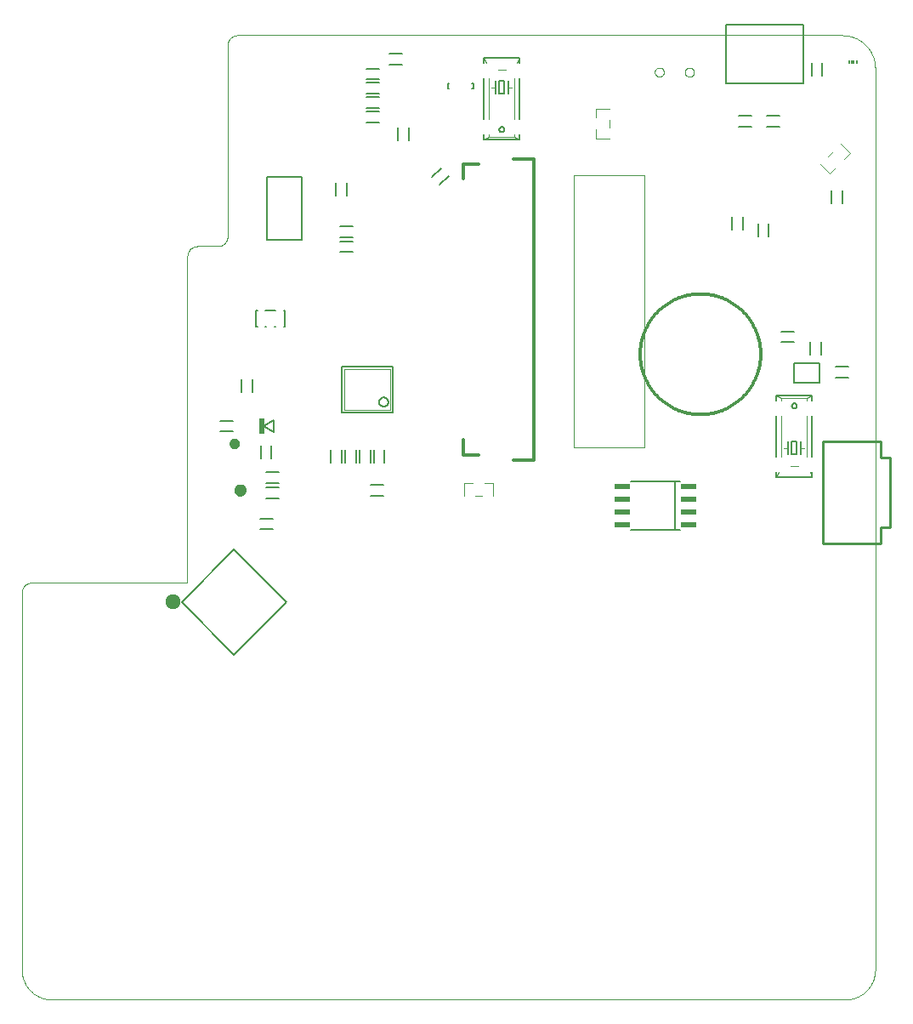
<source format=gbo>
G75*
%MOIN*%
%OFA0B0*%
%FSLAX25Y25*%
%IPPOS*%
%LPD*%
%AMOC8*
5,1,8,0,0,1.08239X$1,22.5*
%
%ADD10C,0.00000*%
%ADD11C,0.01000*%
%ADD12C,0.00800*%
%ADD13R,0.05984X0.01930*%
%ADD14C,0.00500*%
%ADD15C,0.00200*%
%ADD16C,0.00600*%
%ADD17C,0.01200*%
%ADD18R,0.02400X0.06200*%
%ADD19C,0.00400*%
%ADD20C,0.05000*%
%ADD21R,0.00591X0.01181*%
%ADD22R,0.01181X0.01181*%
D10*
X0013311Y0001500D02*
X0324335Y0001500D01*
X0324620Y0001503D01*
X0324906Y0001514D01*
X0325191Y0001531D01*
X0325475Y0001555D01*
X0325759Y0001586D01*
X0326042Y0001624D01*
X0326323Y0001669D01*
X0326604Y0001720D01*
X0326884Y0001778D01*
X0327162Y0001843D01*
X0327438Y0001915D01*
X0327712Y0001993D01*
X0327985Y0002078D01*
X0328255Y0002170D01*
X0328523Y0002268D01*
X0328789Y0002372D01*
X0329052Y0002483D01*
X0329312Y0002600D01*
X0329570Y0002723D01*
X0329824Y0002853D01*
X0330075Y0002989D01*
X0330323Y0003130D01*
X0330567Y0003278D01*
X0330808Y0003431D01*
X0331044Y0003591D01*
X0331277Y0003756D01*
X0331506Y0003926D01*
X0331731Y0004102D01*
X0331951Y0004284D01*
X0332167Y0004470D01*
X0332378Y0004662D01*
X0332585Y0004859D01*
X0332787Y0005061D01*
X0332984Y0005268D01*
X0333176Y0005479D01*
X0333362Y0005695D01*
X0333544Y0005915D01*
X0333720Y0006140D01*
X0333890Y0006369D01*
X0334055Y0006602D01*
X0334215Y0006838D01*
X0334368Y0007079D01*
X0334516Y0007323D01*
X0334657Y0007571D01*
X0334793Y0007822D01*
X0334923Y0008076D01*
X0335046Y0008334D01*
X0335163Y0008594D01*
X0335274Y0008857D01*
X0335378Y0009123D01*
X0335476Y0009391D01*
X0335568Y0009661D01*
X0335653Y0009934D01*
X0335731Y0010208D01*
X0335803Y0010484D01*
X0335868Y0010762D01*
X0335926Y0011042D01*
X0335977Y0011323D01*
X0336022Y0011604D01*
X0336060Y0011887D01*
X0336091Y0012171D01*
X0336115Y0012455D01*
X0336132Y0012740D01*
X0336143Y0013026D01*
X0336146Y0013311D01*
X0336146Y0366461D01*
X0336142Y0366775D01*
X0336131Y0367089D01*
X0336112Y0367402D01*
X0336085Y0367715D01*
X0336051Y0368027D01*
X0336010Y0368338D01*
X0335961Y0368648D01*
X0335904Y0368957D01*
X0335840Y0369264D01*
X0335768Y0369570D01*
X0335690Y0369874D01*
X0335604Y0370176D01*
X0335510Y0370476D01*
X0335410Y0370773D01*
X0335302Y0371068D01*
X0335187Y0371360D01*
X0335065Y0371650D01*
X0334936Y0371936D01*
X0334800Y0372219D01*
X0334658Y0372499D01*
X0334509Y0372775D01*
X0334353Y0373047D01*
X0334190Y0373316D01*
X0334021Y0373581D01*
X0333846Y0373841D01*
X0333665Y0374098D01*
X0333477Y0374349D01*
X0333284Y0374596D01*
X0333084Y0374839D01*
X0332879Y0375076D01*
X0332668Y0375309D01*
X0332451Y0375536D01*
X0332229Y0375758D01*
X0332002Y0375975D01*
X0331769Y0376186D01*
X0331532Y0376391D01*
X0331289Y0376591D01*
X0331042Y0376784D01*
X0330791Y0376972D01*
X0330534Y0377153D01*
X0330274Y0377328D01*
X0330009Y0377497D01*
X0329740Y0377660D01*
X0329468Y0377816D01*
X0329192Y0377965D01*
X0328912Y0378107D01*
X0328629Y0378243D01*
X0328343Y0378372D01*
X0328053Y0378494D01*
X0327761Y0378609D01*
X0327466Y0378717D01*
X0327169Y0378817D01*
X0326869Y0378911D01*
X0326567Y0378997D01*
X0326263Y0379075D01*
X0325957Y0379147D01*
X0325650Y0379211D01*
X0325341Y0379268D01*
X0325031Y0379317D01*
X0324720Y0379358D01*
X0324408Y0379392D01*
X0324095Y0379419D01*
X0323782Y0379438D01*
X0323468Y0379449D01*
X0323154Y0379453D01*
X0086151Y0379453D01*
X0086027Y0379451D01*
X0085903Y0379445D01*
X0085780Y0379436D01*
X0085657Y0379422D01*
X0085534Y0379404D01*
X0085412Y0379383D01*
X0085291Y0379358D01*
X0085171Y0379329D01*
X0085051Y0379296D01*
X0084933Y0379260D01*
X0084816Y0379220D01*
X0084700Y0379176D01*
X0084585Y0379129D01*
X0084473Y0379078D01*
X0084361Y0379023D01*
X0084252Y0378965D01*
X0084144Y0378904D01*
X0084039Y0378839D01*
X0083935Y0378771D01*
X0083834Y0378700D01*
X0083735Y0378626D01*
X0083638Y0378548D01*
X0083544Y0378468D01*
X0083453Y0378385D01*
X0083364Y0378298D01*
X0083277Y0378209D01*
X0083194Y0378118D01*
X0083114Y0378024D01*
X0083036Y0377927D01*
X0082962Y0377828D01*
X0082891Y0377727D01*
X0082823Y0377623D01*
X0082758Y0377518D01*
X0082697Y0377410D01*
X0082639Y0377301D01*
X0082584Y0377189D01*
X0082533Y0377077D01*
X0082486Y0376962D01*
X0082442Y0376846D01*
X0082402Y0376729D01*
X0082366Y0376611D01*
X0082333Y0376491D01*
X0082304Y0376371D01*
X0082279Y0376250D01*
X0082258Y0376128D01*
X0082240Y0376005D01*
X0082226Y0375882D01*
X0082217Y0375759D01*
X0082211Y0375635D01*
X0082209Y0375511D01*
X0082209Y0300713D01*
X0082207Y0300589D01*
X0082201Y0300466D01*
X0082192Y0300342D01*
X0082178Y0300220D01*
X0082161Y0300097D01*
X0082139Y0299975D01*
X0082114Y0299854D01*
X0082085Y0299734D01*
X0082053Y0299615D01*
X0082016Y0299496D01*
X0081976Y0299379D01*
X0081933Y0299264D01*
X0081885Y0299149D01*
X0081834Y0299037D01*
X0081780Y0298926D01*
X0081722Y0298816D01*
X0081661Y0298709D01*
X0081596Y0298603D01*
X0081528Y0298500D01*
X0081457Y0298399D01*
X0081383Y0298300D01*
X0081306Y0298203D01*
X0081225Y0298109D01*
X0081142Y0298018D01*
X0081056Y0297929D01*
X0080967Y0297843D01*
X0080876Y0297760D01*
X0080782Y0297679D01*
X0080685Y0297602D01*
X0080586Y0297528D01*
X0080485Y0297457D01*
X0080382Y0297389D01*
X0080276Y0297324D01*
X0080169Y0297263D01*
X0080059Y0297205D01*
X0079948Y0297151D01*
X0079836Y0297100D01*
X0079721Y0297052D01*
X0079606Y0297009D01*
X0079489Y0296969D01*
X0079370Y0296932D01*
X0079251Y0296900D01*
X0079131Y0296871D01*
X0079010Y0296846D01*
X0078888Y0296824D01*
X0078765Y0296807D01*
X0078643Y0296793D01*
X0078519Y0296784D01*
X0078396Y0296778D01*
X0078272Y0296776D01*
X0070403Y0296776D01*
X0070279Y0296774D01*
X0070155Y0296768D01*
X0070032Y0296759D01*
X0069909Y0296745D01*
X0069786Y0296727D01*
X0069664Y0296706D01*
X0069543Y0296681D01*
X0069423Y0296652D01*
X0069303Y0296619D01*
X0069185Y0296583D01*
X0069068Y0296543D01*
X0068952Y0296499D01*
X0068837Y0296452D01*
X0068725Y0296401D01*
X0068613Y0296346D01*
X0068504Y0296288D01*
X0068396Y0296227D01*
X0068291Y0296162D01*
X0068187Y0296094D01*
X0068086Y0296023D01*
X0067987Y0295949D01*
X0067890Y0295871D01*
X0067796Y0295791D01*
X0067705Y0295708D01*
X0067616Y0295621D01*
X0067529Y0295532D01*
X0067446Y0295441D01*
X0067366Y0295347D01*
X0067288Y0295250D01*
X0067214Y0295151D01*
X0067143Y0295050D01*
X0067075Y0294946D01*
X0067010Y0294841D01*
X0066949Y0294733D01*
X0066891Y0294624D01*
X0066836Y0294512D01*
X0066785Y0294400D01*
X0066738Y0294285D01*
X0066694Y0294169D01*
X0066654Y0294052D01*
X0066618Y0293934D01*
X0066585Y0293814D01*
X0066556Y0293694D01*
X0066531Y0293573D01*
X0066510Y0293451D01*
X0066492Y0293328D01*
X0066478Y0293205D01*
X0066469Y0293082D01*
X0066463Y0292958D01*
X0066461Y0292834D01*
X0066461Y0164886D01*
X0005442Y0164886D01*
X0005318Y0164884D01*
X0005194Y0164878D01*
X0005071Y0164869D01*
X0004948Y0164855D01*
X0004825Y0164837D01*
X0004703Y0164816D01*
X0004582Y0164791D01*
X0004462Y0164762D01*
X0004342Y0164729D01*
X0004224Y0164693D01*
X0004107Y0164653D01*
X0003991Y0164609D01*
X0003876Y0164562D01*
X0003764Y0164511D01*
X0003652Y0164456D01*
X0003543Y0164398D01*
X0003435Y0164337D01*
X0003330Y0164272D01*
X0003226Y0164204D01*
X0003125Y0164133D01*
X0003026Y0164059D01*
X0002929Y0163981D01*
X0002835Y0163901D01*
X0002744Y0163818D01*
X0002655Y0163731D01*
X0002568Y0163642D01*
X0002485Y0163551D01*
X0002405Y0163457D01*
X0002327Y0163360D01*
X0002253Y0163261D01*
X0002182Y0163160D01*
X0002114Y0163056D01*
X0002049Y0162951D01*
X0001988Y0162843D01*
X0001930Y0162734D01*
X0001875Y0162622D01*
X0001824Y0162510D01*
X0001777Y0162395D01*
X0001733Y0162279D01*
X0001693Y0162162D01*
X0001657Y0162044D01*
X0001624Y0161924D01*
X0001595Y0161804D01*
X0001570Y0161683D01*
X0001549Y0161561D01*
X0001531Y0161438D01*
X0001517Y0161315D01*
X0001508Y0161192D01*
X0001502Y0161068D01*
X0001500Y0160944D01*
X0001500Y0013311D01*
X0001503Y0013026D01*
X0001514Y0012740D01*
X0001531Y0012455D01*
X0001555Y0012171D01*
X0001586Y0011887D01*
X0001624Y0011604D01*
X0001669Y0011323D01*
X0001720Y0011042D01*
X0001778Y0010762D01*
X0001843Y0010484D01*
X0001915Y0010208D01*
X0001993Y0009934D01*
X0002078Y0009661D01*
X0002170Y0009391D01*
X0002268Y0009123D01*
X0002372Y0008857D01*
X0002483Y0008594D01*
X0002600Y0008334D01*
X0002723Y0008076D01*
X0002853Y0007822D01*
X0002989Y0007571D01*
X0003130Y0007323D01*
X0003278Y0007079D01*
X0003431Y0006838D01*
X0003591Y0006602D01*
X0003756Y0006369D01*
X0003926Y0006140D01*
X0004102Y0005915D01*
X0004284Y0005695D01*
X0004470Y0005479D01*
X0004662Y0005268D01*
X0004859Y0005061D01*
X0005061Y0004859D01*
X0005268Y0004662D01*
X0005479Y0004470D01*
X0005695Y0004284D01*
X0005915Y0004102D01*
X0006140Y0003926D01*
X0006369Y0003756D01*
X0006602Y0003591D01*
X0006838Y0003431D01*
X0007079Y0003278D01*
X0007323Y0003130D01*
X0007571Y0002989D01*
X0007822Y0002853D01*
X0008076Y0002723D01*
X0008334Y0002600D01*
X0008594Y0002483D01*
X0008857Y0002372D01*
X0009123Y0002268D01*
X0009391Y0002170D01*
X0009661Y0002078D01*
X0009934Y0001993D01*
X0010208Y0001915D01*
X0010484Y0001843D01*
X0010762Y0001778D01*
X0011042Y0001720D01*
X0011323Y0001669D01*
X0011604Y0001624D01*
X0011887Y0001586D01*
X0012171Y0001555D01*
X0012455Y0001531D01*
X0012740Y0001514D01*
X0013026Y0001503D01*
X0013311Y0001500D01*
X0218035Y0218036D02*
X0218035Y0324532D01*
X0245594Y0324532D01*
X0245594Y0218036D01*
X0218035Y0218036D01*
X0249728Y0364985D02*
X0249730Y0365069D01*
X0249736Y0365152D01*
X0249746Y0365235D01*
X0249760Y0365318D01*
X0249777Y0365400D01*
X0249799Y0365481D01*
X0249824Y0365560D01*
X0249853Y0365639D01*
X0249886Y0365716D01*
X0249922Y0365791D01*
X0249962Y0365865D01*
X0250005Y0365937D01*
X0250052Y0366006D01*
X0250102Y0366073D01*
X0250155Y0366138D01*
X0250211Y0366200D01*
X0250269Y0366260D01*
X0250331Y0366317D01*
X0250395Y0366370D01*
X0250462Y0366421D01*
X0250531Y0366468D01*
X0250602Y0366513D01*
X0250675Y0366553D01*
X0250750Y0366590D01*
X0250827Y0366624D01*
X0250905Y0366654D01*
X0250984Y0366680D01*
X0251065Y0366703D01*
X0251147Y0366721D01*
X0251229Y0366736D01*
X0251312Y0366747D01*
X0251395Y0366754D01*
X0251479Y0366757D01*
X0251563Y0366756D01*
X0251646Y0366751D01*
X0251730Y0366742D01*
X0251812Y0366729D01*
X0251894Y0366713D01*
X0251975Y0366692D01*
X0252056Y0366668D01*
X0252134Y0366640D01*
X0252212Y0366608D01*
X0252288Y0366572D01*
X0252362Y0366533D01*
X0252434Y0366491D01*
X0252504Y0366445D01*
X0252572Y0366396D01*
X0252637Y0366344D01*
X0252700Y0366289D01*
X0252760Y0366231D01*
X0252818Y0366170D01*
X0252872Y0366106D01*
X0252924Y0366040D01*
X0252972Y0365972D01*
X0253017Y0365901D01*
X0253058Y0365828D01*
X0253097Y0365754D01*
X0253131Y0365678D01*
X0253162Y0365600D01*
X0253189Y0365521D01*
X0253213Y0365440D01*
X0253232Y0365359D01*
X0253248Y0365277D01*
X0253260Y0365194D01*
X0253268Y0365110D01*
X0253272Y0365027D01*
X0253272Y0364943D01*
X0253268Y0364860D01*
X0253260Y0364776D01*
X0253248Y0364693D01*
X0253232Y0364611D01*
X0253213Y0364530D01*
X0253189Y0364449D01*
X0253162Y0364370D01*
X0253131Y0364292D01*
X0253097Y0364216D01*
X0253058Y0364142D01*
X0253017Y0364069D01*
X0252972Y0363998D01*
X0252924Y0363930D01*
X0252872Y0363864D01*
X0252818Y0363800D01*
X0252760Y0363739D01*
X0252700Y0363681D01*
X0252637Y0363626D01*
X0252572Y0363574D01*
X0252504Y0363525D01*
X0252434Y0363479D01*
X0252362Y0363437D01*
X0252288Y0363398D01*
X0252212Y0363362D01*
X0252134Y0363330D01*
X0252056Y0363302D01*
X0251975Y0363278D01*
X0251894Y0363257D01*
X0251812Y0363241D01*
X0251730Y0363228D01*
X0251646Y0363219D01*
X0251563Y0363214D01*
X0251479Y0363213D01*
X0251395Y0363216D01*
X0251312Y0363223D01*
X0251229Y0363234D01*
X0251147Y0363249D01*
X0251065Y0363267D01*
X0250984Y0363290D01*
X0250905Y0363316D01*
X0250827Y0363346D01*
X0250750Y0363380D01*
X0250675Y0363417D01*
X0250602Y0363457D01*
X0250531Y0363502D01*
X0250462Y0363549D01*
X0250395Y0363600D01*
X0250331Y0363653D01*
X0250269Y0363710D01*
X0250211Y0363770D01*
X0250155Y0363832D01*
X0250102Y0363897D01*
X0250052Y0363964D01*
X0250005Y0364033D01*
X0249962Y0364105D01*
X0249922Y0364179D01*
X0249886Y0364254D01*
X0249853Y0364331D01*
X0249824Y0364410D01*
X0249799Y0364489D01*
X0249777Y0364570D01*
X0249760Y0364652D01*
X0249746Y0364735D01*
X0249736Y0364818D01*
X0249730Y0364901D01*
X0249728Y0364985D01*
X0261539Y0364985D02*
X0261541Y0365069D01*
X0261547Y0365152D01*
X0261557Y0365235D01*
X0261571Y0365318D01*
X0261588Y0365400D01*
X0261610Y0365481D01*
X0261635Y0365560D01*
X0261664Y0365639D01*
X0261697Y0365716D01*
X0261733Y0365791D01*
X0261773Y0365865D01*
X0261816Y0365937D01*
X0261863Y0366006D01*
X0261913Y0366073D01*
X0261966Y0366138D01*
X0262022Y0366200D01*
X0262080Y0366260D01*
X0262142Y0366317D01*
X0262206Y0366370D01*
X0262273Y0366421D01*
X0262342Y0366468D01*
X0262413Y0366513D01*
X0262486Y0366553D01*
X0262561Y0366590D01*
X0262638Y0366624D01*
X0262716Y0366654D01*
X0262795Y0366680D01*
X0262876Y0366703D01*
X0262958Y0366721D01*
X0263040Y0366736D01*
X0263123Y0366747D01*
X0263206Y0366754D01*
X0263290Y0366757D01*
X0263374Y0366756D01*
X0263457Y0366751D01*
X0263541Y0366742D01*
X0263623Y0366729D01*
X0263705Y0366713D01*
X0263786Y0366692D01*
X0263867Y0366668D01*
X0263945Y0366640D01*
X0264023Y0366608D01*
X0264099Y0366572D01*
X0264173Y0366533D01*
X0264245Y0366491D01*
X0264315Y0366445D01*
X0264383Y0366396D01*
X0264448Y0366344D01*
X0264511Y0366289D01*
X0264571Y0366231D01*
X0264629Y0366170D01*
X0264683Y0366106D01*
X0264735Y0366040D01*
X0264783Y0365972D01*
X0264828Y0365901D01*
X0264869Y0365828D01*
X0264908Y0365754D01*
X0264942Y0365678D01*
X0264973Y0365600D01*
X0265000Y0365521D01*
X0265024Y0365440D01*
X0265043Y0365359D01*
X0265059Y0365277D01*
X0265071Y0365194D01*
X0265079Y0365110D01*
X0265083Y0365027D01*
X0265083Y0364943D01*
X0265079Y0364860D01*
X0265071Y0364776D01*
X0265059Y0364693D01*
X0265043Y0364611D01*
X0265024Y0364530D01*
X0265000Y0364449D01*
X0264973Y0364370D01*
X0264942Y0364292D01*
X0264908Y0364216D01*
X0264869Y0364142D01*
X0264828Y0364069D01*
X0264783Y0363998D01*
X0264735Y0363930D01*
X0264683Y0363864D01*
X0264629Y0363800D01*
X0264571Y0363739D01*
X0264511Y0363681D01*
X0264448Y0363626D01*
X0264383Y0363574D01*
X0264315Y0363525D01*
X0264245Y0363479D01*
X0264173Y0363437D01*
X0264099Y0363398D01*
X0264023Y0363362D01*
X0263945Y0363330D01*
X0263867Y0363302D01*
X0263786Y0363278D01*
X0263705Y0363257D01*
X0263623Y0363241D01*
X0263541Y0363228D01*
X0263457Y0363219D01*
X0263374Y0363214D01*
X0263290Y0363213D01*
X0263206Y0363216D01*
X0263123Y0363223D01*
X0263040Y0363234D01*
X0262958Y0363249D01*
X0262876Y0363267D01*
X0262795Y0363290D01*
X0262716Y0363316D01*
X0262638Y0363346D01*
X0262561Y0363380D01*
X0262486Y0363417D01*
X0262413Y0363457D01*
X0262342Y0363502D01*
X0262273Y0363549D01*
X0262206Y0363600D01*
X0262142Y0363653D01*
X0262080Y0363710D01*
X0262022Y0363770D01*
X0261966Y0363832D01*
X0261913Y0363897D01*
X0261863Y0363964D01*
X0261816Y0364033D01*
X0261773Y0364105D01*
X0261733Y0364179D01*
X0261697Y0364254D01*
X0261664Y0364331D01*
X0261635Y0364410D01*
X0261610Y0364489D01*
X0261588Y0364570D01*
X0261571Y0364652D01*
X0261557Y0364735D01*
X0261547Y0364818D01*
X0261541Y0364901D01*
X0261539Y0364985D01*
D11*
X0315644Y0220319D02*
X0338144Y0220319D01*
X0338144Y0214069D01*
X0341894Y0214069D01*
X0341894Y0186569D01*
X0338144Y0186569D01*
X0338144Y0180319D01*
X0315644Y0180319D01*
X0315644Y0220319D01*
X0086736Y0201205D02*
X0086738Y0201244D01*
X0086744Y0201283D01*
X0086754Y0201321D01*
X0086767Y0201358D01*
X0086784Y0201393D01*
X0086804Y0201427D01*
X0086828Y0201458D01*
X0086855Y0201487D01*
X0086884Y0201513D01*
X0086916Y0201536D01*
X0086950Y0201556D01*
X0086986Y0201572D01*
X0087023Y0201584D01*
X0087062Y0201593D01*
X0087101Y0201598D01*
X0087140Y0201599D01*
X0087179Y0201596D01*
X0087218Y0201589D01*
X0087255Y0201578D01*
X0087292Y0201564D01*
X0087327Y0201546D01*
X0087360Y0201525D01*
X0087391Y0201500D01*
X0087419Y0201473D01*
X0087444Y0201443D01*
X0087466Y0201410D01*
X0087485Y0201376D01*
X0087500Y0201340D01*
X0087512Y0201302D01*
X0087520Y0201264D01*
X0087524Y0201225D01*
X0087524Y0201185D01*
X0087520Y0201146D01*
X0087512Y0201108D01*
X0087500Y0201070D01*
X0087485Y0201034D01*
X0087466Y0201000D01*
X0087444Y0200967D01*
X0087419Y0200937D01*
X0087391Y0200910D01*
X0087360Y0200885D01*
X0087327Y0200864D01*
X0087292Y0200846D01*
X0087255Y0200832D01*
X0087218Y0200821D01*
X0087179Y0200814D01*
X0087140Y0200811D01*
X0087101Y0200812D01*
X0087062Y0200817D01*
X0087023Y0200826D01*
X0086986Y0200838D01*
X0086950Y0200854D01*
X0086916Y0200874D01*
X0086884Y0200897D01*
X0086855Y0200923D01*
X0086828Y0200952D01*
X0086804Y0200983D01*
X0086784Y0201017D01*
X0086767Y0201052D01*
X0086754Y0201089D01*
X0086744Y0201127D01*
X0086738Y0201166D01*
X0086736Y0201205D01*
X0085809Y0201205D02*
X0085811Y0201277D01*
X0085817Y0201349D01*
X0085827Y0201421D01*
X0085840Y0201491D01*
X0085858Y0201561D01*
X0085879Y0201630D01*
X0085904Y0201698D01*
X0085933Y0201764D01*
X0085966Y0201829D01*
X0086001Y0201891D01*
X0086040Y0201952D01*
X0086083Y0202010D01*
X0086128Y0202066D01*
X0086177Y0202120D01*
X0086228Y0202170D01*
X0086282Y0202218D01*
X0086339Y0202263D01*
X0086398Y0202305D01*
X0086459Y0202343D01*
X0086522Y0202378D01*
X0086587Y0202409D01*
X0086654Y0202437D01*
X0086722Y0202461D01*
X0086791Y0202482D01*
X0086861Y0202498D01*
X0086932Y0202511D01*
X0087004Y0202520D01*
X0087076Y0202525D01*
X0087148Y0202526D01*
X0087220Y0202523D01*
X0087292Y0202516D01*
X0087363Y0202505D01*
X0087434Y0202491D01*
X0087504Y0202472D01*
X0087572Y0202450D01*
X0087640Y0202424D01*
X0087705Y0202394D01*
X0087770Y0202361D01*
X0087832Y0202324D01*
X0087892Y0202284D01*
X0087950Y0202241D01*
X0088005Y0202195D01*
X0088058Y0202145D01*
X0088108Y0202093D01*
X0088155Y0202039D01*
X0088199Y0201981D01*
X0088240Y0201922D01*
X0088277Y0201860D01*
X0088311Y0201797D01*
X0088342Y0201731D01*
X0088369Y0201664D01*
X0088392Y0201596D01*
X0088411Y0201527D01*
X0088427Y0201456D01*
X0088439Y0201385D01*
X0088447Y0201313D01*
X0088451Y0201241D01*
X0088451Y0201169D01*
X0088447Y0201097D01*
X0088439Y0201025D01*
X0088427Y0200954D01*
X0088411Y0200883D01*
X0088392Y0200814D01*
X0088369Y0200746D01*
X0088342Y0200679D01*
X0088311Y0200613D01*
X0088277Y0200550D01*
X0088240Y0200488D01*
X0088199Y0200429D01*
X0088155Y0200371D01*
X0088108Y0200317D01*
X0088058Y0200265D01*
X0088005Y0200215D01*
X0087950Y0200169D01*
X0087892Y0200126D01*
X0087832Y0200086D01*
X0087770Y0200049D01*
X0087705Y0200016D01*
X0087640Y0199986D01*
X0087572Y0199960D01*
X0087504Y0199938D01*
X0087434Y0199919D01*
X0087363Y0199905D01*
X0087292Y0199894D01*
X0087220Y0199887D01*
X0087148Y0199884D01*
X0087076Y0199885D01*
X0087004Y0199890D01*
X0086932Y0199899D01*
X0086861Y0199912D01*
X0086791Y0199928D01*
X0086722Y0199949D01*
X0086654Y0199973D01*
X0086587Y0200001D01*
X0086522Y0200032D01*
X0086459Y0200067D01*
X0086398Y0200105D01*
X0086339Y0200147D01*
X0086282Y0200192D01*
X0086228Y0200240D01*
X0086177Y0200290D01*
X0086128Y0200344D01*
X0086083Y0200400D01*
X0086040Y0200458D01*
X0086001Y0200519D01*
X0085966Y0200581D01*
X0085933Y0200646D01*
X0085904Y0200712D01*
X0085879Y0200780D01*
X0085858Y0200849D01*
X0085840Y0200919D01*
X0085827Y0200989D01*
X0085817Y0201061D01*
X0085811Y0201133D01*
X0085809Y0201205D01*
X0085263Y0201205D02*
X0085265Y0201291D01*
X0085271Y0201377D01*
X0085281Y0201463D01*
X0085295Y0201548D01*
X0085313Y0201632D01*
X0085334Y0201716D01*
X0085360Y0201798D01*
X0085389Y0201879D01*
X0085422Y0201959D01*
X0085459Y0202037D01*
X0085499Y0202113D01*
X0085543Y0202188D01*
X0085590Y0202260D01*
X0085640Y0202330D01*
X0085694Y0202398D01*
X0085750Y0202463D01*
X0085810Y0202525D01*
X0085872Y0202585D01*
X0085937Y0202641D01*
X0086005Y0202695D01*
X0086075Y0202745D01*
X0086147Y0202792D01*
X0086222Y0202836D01*
X0086298Y0202876D01*
X0086376Y0202913D01*
X0086456Y0202946D01*
X0086537Y0202975D01*
X0086619Y0203001D01*
X0086703Y0203022D01*
X0086787Y0203040D01*
X0086872Y0203054D01*
X0086958Y0203064D01*
X0087044Y0203070D01*
X0087130Y0203072D01*
X0087216Y0203070D01*
X0087302Y0203064D01*
X0087388Y0203054D01*
X0087473Y0203040D01*
X0087557Y0203022D01*
X0087641Y0203001D01*
X0087723Y0202975D01*
X0087804Y0202946D01*
X0087884Y0202913D01*
X0087962Y0202876D01*
X0088038Y0202836D01*
X0088113Y0202792D01*
X0088185Y0202745D01*
X0088255Y0202695D01*
X0088323Y0202641D01*
X0088388Y0202585D01*
X0088450Y0202525D01*
X0088510Y0202463D01*
X0088566Y0202398D01*
X0088620Y0202330D01*
X0088670Y0202260D01*
X0088717Y0202188D01*
X0088761Y0202113D01*
X0088801Y0202037D01*
X0088838Y0201959D01*
X0088871Y0201879D01*
X0088900Y0201798D01*
X0088926Y0201716D01*
X0088947Y0201632D01*
X0088965Y0201548D01*
X0088979Y0201463D01*
X0088989Y0201377D01*
X0088995Y0201291D01*
X0088997Y0201205D01*
X0088995Y0201119D01*
X0088989Y0201033D01*
X0088979Y0200947D01*
X0088965Y0200862D01*
X0088947Y0200778D01*
X0088926Y0200694D01*
X0088900Y0200612D01*
X0088871Y0200531D01*
X0088838Y0200451D01*
X0088801Y0200373D01*
X0088761Y0200297D01*
X0088717Y0200222D01*
X0088670Y0200150D01*
X0088620Y0200080D01*
X0088566Y0200012D01*
X0088510Y0199947D01*
X0088450Y0199885D01*
X0088388Y0199825D01*
X0088323Y0199769D01*
X0088255Y0199715D01*
X0088185Y0199665D01*
X0088113Y0199618D01*
X0088038Y0199574D01*
X0087962Y0199534D01*
X0087884Y0199497D01*
X0087804Y0199464D01*
X0087723Y0199435D01*
X0087641Y0199409D01*
X0087557Y0199388D01*
X0087473Y0199370D01*
X0087388Y0199356D01*
X0087302Y0199346D01*
X0087216Y0199340D01*
X0087130Y0199338D01*
X0087044Y0199340D01*
X0086958Y0199346D01*
X0086872Y0199356D01*
X0086787Y0199370D01*
X0086703Y0199388D01*
X0086619Y0199409D01*
X0086537Y0199435D01*
X0086456Y0199464D01*
X0086376Y0199497D01*
X0086298Y0199534D01*
X0086222Y0199574D01*
X0086147Y0199618D01*
X0086075Y0199665D01*
X0086005Y0199715D01*
X0085937Y0199769D01*
X0085872Y0199825D01*
X0085810Y0199885D01*
X0085750Y0199947D01*
X0085694Y0200012D01*
X0085640Y0200080D01*
X0085590Y0200150D01*
X0085543Y0200222D01*
X0085499Y0200297D01*
X0085459Y0200373D01*
X0085422Y0200451D01*
X0085389Y0200531D01*
X0085360Y0200612D01*
X0085334Y0200694D01*
X0085313Y0200778D01*
X0085295Y0200862D01*
X0085281Y0200947D01*
X0085271Y0201033D01*
X0085265Y0201119D01*
X0085263Y0201205D01*
X0084472Y0219217D02*
X0084474Y0219256D01*
X0084480Y0219295D01*
X0084490Y0219333D01*
X0084503Y0219370D01*
X0084520Y0219405D01*
X0084540Y0219439D01*
X0084564Y0219470D01*
X0084591Y0219499D01*
X0084620Y0219525D01*
X0084652Y0219548D01*
X0084686Y0219568D01*
X0084722Y0219584D01*
X0084759Y0219596D01*
X0084798Y0219605D01*
X0084837Y0219610D01*
X0084876Y0219611D01*
X0084915Y0219608D01*
X0084954Y0219601D01*
X0084991Y0219590D01*
X0085028Y0219576D01*
X0085063Y0219558D01*
X0085096Y0219537D01*
X0085127Y0219512D01*
X0085155Y0219485D01*
X0085180Y0219455D01*
X0085202Y0219422D01*
X0085221Y0219388D01*
X0085236Y0219352D01*
X0085248Y0219314D01*
X0085256Y0219276D01*
X0085260Y0219237D01*
X0085260Y0219197D01*
X0085256Y0219158D01*
X0085248Y0219120D01*
X0085236Y0219082D01*
X0085221Y0219046D01*
X0085202Y0219012D01*
X0085180Y0218979D01*
X0085155Y0218949D01*
X0085127Y0218922D01*
X0085096Y0218897D01*
X0085063Y0218876D01*
X0085028Y0218858D01*
X0084991Y0218844D01*
X0084954Y0218833D01*
X0084915Y0218826D01*
X0084876Y0218823D01*
X0084837Y0218824D01*
X0084798Y0218829D01*
X0084759Y0218838D01*
X0084722Y0218850D01*
X0084686Y0218866D01*
X0084652Y0218886D01*
X0084620Y0218909D01*
X0084591Y0218935D01*
X0084564Y0218964D01*
X0084540Y0218995D01*
X0084520Y0219029D01*
X0084503Y0219064D01*
X0084490Y0219101D01*
X0084480Y0219139D01*
X0084474Y0219178D01*
X0084472Y0219217D01*
X0083685Y0219217D02*
X0083687Y0219286D01*
X0083693Y0219354D01*
X0083703Y0219422D01*
X0083717Y0219489D01*
X0083735Y0219556D01*
X0083756Y0219621D01*
X0083782Y0219685D01*
X0083811Y0219747D01*
X0083843Y0219807D01*
X0083879Y0219866D01*
X0083919Y0219922D01*
X0083961Y0219976D01*
X0084007Y0220027D01*
X0084056Y0220076D01*
X0084107Y0220122D01*
X0084161Y0220164D01*
X0084217Y0220204D01*
X0084275Y0220240D01*
X0084336Y0220272D01*
X0084398Y0220301D01*
X0084462Y0220327D01*
X0084527Y0220348D01*
X0084594Y0220366D01*
X0084661Y0220380D01*
X0084729Y0220390D01*
X0084797Y0220396D01*
X0084866Y0220398D01*
X0084935Y0220396D01*
X0085003Y0220390D01*
X0085071Y0220380D01*
X0085138Y0220366D01*
X0085205Y0220348D01*
X0085270Y0220327D01*
X0085334Y0220301D01*
X0085396Y0220272D01*
X0085456Y0220240D01*
X0085515Y0220204D01*
X0085571Y0220164D01*
X0085625Y0220122D01*
X0085676Y0220076D01*
X0085725Y0220027D01*
X0085771Y0219976D01*
X0085813Y0219922D01*
X0085853Y0219866D01*
X0085889Y0219807D01*
X0085921Y0219747D01*
X0085950Y0219685D01*
X0085976Y0219621D01*
X0085997Y0219556D01*
X0086015Y0219489D01*
X0086029Y0219422D01*
X0086039Y0219354D01*
X0086045Y0219286D01*
X0086047Y0219217D01*
X0086045Y0219148D01*
X0086039Y0219080D01*
X0086029Y0219012D01*
X0086015Y0218945D01*
X0085997Y0218878D01*
X0085976Y0218813D01*
X0085950Y0218749D01*
X0085921Y0218687D01*
X0085889Y0218626D01*
X0085853Y0218568D01*
X0085813Y0218512D01*
X0085771Y0218458D01*
X0085725Y0218407D01*
X0085676Y0218358D01*
X0085625Y0218312D01*
X0085571Y0218270D01*
X0085515Y0218230D01*
X0085457Y0218194D01*
X0085396Y0218162D01*
X0085334Y0218133D01*
X0085270Y0218107D01*
X0085205Y0218086D01*
X0085138Y0218068D01*
X0085071Y0218054D01*
X0085003Y0218044D01*
X0084935Y0218038D01*
X0084866Y0218036D01*
X0084797Y0218038D01*
X0084729Y0218044D01*
X0084661Y0218054D01*
X0084594Y0218068D01*
X0084527Y0218086D01*
X0084462Y0218107D01*
X0084398Y0218133D01*
X0084336Y0218162D01*
X0084275Y0218194D01*
X0084217Y0218230D01*
X0084161Y0218270D01*
X0084107Y0218312D01*
X0084056Y0218358D01*
X0084007Y0218407D01*
X0083961Y0218458D01*
X0083919Y0218512D01*
X0083879Y0218568D01*
X0083843Y0218626D01*
X0083811Y0218687D01*
X0083782Y0218749D01*
X0083756Y0218813D01*
X0083735Y0218878D01*
X0083717Y0218945D01*
X0083703Y0219012D01*
X0083693Y0219080D01*
X0083687Y0219148D01*
X0083685Y0219217D01*
X0083329Y0219414D02*
X0083331Y0219492D01*
X0083337Y0219569D01*
X0083347Y0219647D01*
X0083360Y0219723D01*
X0083378Y0219799D01*
X0083399Y0219874D01*
X0083425Y0219948D01*
X0083454Y0220020D01*
X0083486Y0220091D01*
X0083522Y0220160D01*
X0083562Y0220227D01*
X0083604Y0220292D01*
X0083651Y0220355D01*
X0083700Y0220415D01*
X0083752Y0220473D01*
X0083807Y0220528D01*
X0083865Y0220580D01*
X0083925Y0220629D01*
X0083988Y0220676D01*
X0084053Y0220718D01*
X0084120Y0220758D01*
X0084189Y0220794D01*
X0084260Y0220826D01*
X0084332Y0220855D01*
X0084406Y0220881D01*
X0084481Y0220902D01*
X0084557Y0220920D01*
X0084633Y0220933D01*
X0084711Y0220943D01*
X0084788Y0220949D01*
X0084866Y0220951D01*
X0084944Y0220949D01*
X0085021Y0220943D01*
X0085099Y0220933D01*
X0085175Y0220920D01*
X0085251Y0220902D01*
X0085326Y0220881D01*
X0085400Y0220855D01*
X0085472Y0220826D01*
X0085543Y0220794D01*
X0085612Y0220758D01*
X0085679Y0220718D01*
X0085744Y0220676D01*
X0085807Y0220629D01*
X0085867Y0220580D01*
X0085925Y0220528D01*
X0085980Y0220473D01*
X0086032Y0220415D01*
X0086081Y0220355D01*
X0086128Y0220292D01*
X0086170Y0220227D01*
X0086210Y0220160D01*
X0086246Y0220091D01*
X0086278Y0220020D01*
X0086307Y0219948D01*
X0086333Y0219874D01*
X0086354Y0219799D01*
X0086372Y0219723D01*
X0086385Y0219647D01*
X0086395Y0219569D01*
X0086401Y0219492D01*
X0086403Y0219414D01*
X0086401Y0219336D01*
X0086395Y0219259D01*
X0086385Y0219181D01*
X0086372Y0219105D01*
X0086354Y0219029D01*
X0086333Y0218954D01*
X0086307Y0218880D01*
X0086278Y0218808D01*
X0086246Y0218737D01*
X0086210Y0218668D01*
X0086170Y0218601D01*
X0086128Y0218536D01*
X0086081Y0218473D01*
X0086032Y0218413D01*
X0085980Y0218355D01*
X0085925Y0218300D01*
X0085867Y0218248D01*
X0085807Y0218199D01*
X0085744Y0218152D01*
X0085679Y0218110D01*
X0085612Y0218070D01*
X0085543Y0218034D01*
X0085472Y0218002D01*
X0085400Y0217973D01*
X0085326Y0217947D01*
X0085251Y0217926D01*
X0085175Y0217908D01*
X0085099Y0217895D01*
X0085021Y0217885D01*
X0084944Y0217879D01*
X0084866Y0217877D01*
X0084788Y0217879D01*
X0084711Y0217885D01*
X0084633Y0217895D01*
X0084557Y0217908D01*
X0084481Y0217926D01*
X0084406Y0217947D01*
X0084332Y0217973D01*
X0084260Y0218002D01*
X0084189Y0218034D01*
X0084120Y0218070D01*
X0084053Y0218110D01*
X0083988Y0218152D01*
X0083925Y0218199D01*
X0083865Y0218248D01*
X0083807Y0218300D01*
X0083752Y0218355D01*
X0083700Y0218413D01*
X0083651Y0218473D01*
X0083604Y0218536D01*
X0083562Y0218601D01*
X0083522Y0218668D01*
X0083486Y0218737D01*
X0083454Y0218808D01*
X0083425Y0218880D01*
X0083399Y0218954D01*
X0083378Y0219029D01*
X0083360Y0219105D01*
X0083347Y0219181D01*
X0083337Y0219259D01*
X0083331Y0219336D01*
X0083329Y0219414D01*
D12*
X0096291Y0226304D02*
X0100228Y0228666D01*
X0100228Y0223941D01*
X0096291Y0226304D01*
X0240457Y0204552D02*
X0257622Y0204552D01*
X0257622Y0185654D01*
X0259591Y0185654D01*
X0257622Y0185654D02*
X0240457Y0185654D01*
X0257622Y0204552D02*
X0259591Y0204552D01*
D13*
X0262977Y0202603D03*
X0262977Y0197603D03*
X0262977Y0192603D03*
X0262977Y0187603D03*
X0237071Y0187603D03*
X0237071Y0192603D03*
X0237071Y0197603D03*
X0237071Y0202603D03*
D14*
X0299394Y0259138D02*
X0304394Y0259138D01*
X0304394Y0263351D02*
X0299394Y0263351D01*
X0310614Y0259217D02*
X0310614Y0254217D01*
X0314827Y0254217D02*
X0314827Y0259217D01*
X0314146Y0250811D02*
X0314146Y0243134D01*
X0304209Y0243134D01*
X0304209Y0250811D01*
X0314146Y0250811D01*
X0320752Y0249473D02*
X0325752Y0249473D01*
X0325752Y0245260D02*
X0320752Y0245260D01*
X0294453Y0300575D02*
X0294453Y0305575D01*
X0290240Y0305575D02*
X0290240Y0300575D01*
X0284217Y0303233D02*
X0284217Y0308233D01*
X0280004Y0308233D02*
X0280004Y0303233D01*
X0318980Y0313567D02*
X0318980Y0318567D01*
X0323193Y0318567D02*
X0323193Y0313567D01*
X0298587Y0343685D02*
X0293587Y0343685D01*
X0293587Y0347898D02*
X0298587Y0347898D01*
X0287760Y0347898D02*
X0282760Y0347898D01*
X0282760Y0343685D02*
X0287760Y0343685D01*
X0277681Y0360555D02*
X0277681Y0383587D01*
X0307996Y0383587D01*
X0307996Y0380398D01*
X0307996Y0378075D01*
X0307996Y0360555D01*
X0277681Y0360555D01*
X0311205Y0363567D02*
X0311205Y0368567D01*
X0315417Y0368567D02*
X0315417Y0363567D01*
X0168832Y0324417D02*
X0165296Y0320881D01*
X0162318Y0323860D02*
X0165853Y0327395D01*
X0153213Y0338272D02*
X0153213Y0343272D01*
X0149000Y0343272D02*
X0149000Y0338272D01*
X0141500Y0345359D02*
X0136500Y0345359D01*
X0136500Y0349571D02*
X0141500Y0349571D01*
X0141500Y0350969D02*
X0136500Y0350969D01*
X0136500Y0355181D02*
X0141500Y0355181D01*
X0141500Y0356579D02*
X0136500Y0356579D01*
X0136500Y0360792D02*
X0141500Y0360792D01*
X0141500Y0362189D02*
X0136500Y0362189D01*
X0136500Y0366402D02*
X0141500Y0366402D01*
X0145654Y0368095D02*
X0150654Y0368095D01*
X0150654Y0372307D02*
X0145654Y0372307D01*
X0129000Y0321717D02*
X0129000Y0316717D01*
X0124787Y0316717D02*
X0124787Y0321717D01*
X0126362Y0304591D02*
X0131362Y0304591D01*
X0131362Y0300378D02*
X0126362Y0300378D01*
X0126362Y0298685D02*
X0131362Y0298685D01*
X0131362Y0294473D02*
X0126362Y0294473D01*
X0091992Y0244650D02*
X0091992Y0239650D01*
X0087780Y0239650D02*
X0087780Y0244650D01*
X0084413Y0228410D02*
X0079413Y0228410D01*
X0079413Y0224197D02*
X0084413Y0224197D01*
X0095260Y0218469D02*
X0095260Y0213469D01*
X0099472Y0213469D02*
X0099472Y0218469D01*
X0097228Y0208134D02*
X0102228Y0208134D01*
X0102228Y0203922D02*
X0097228Y0203922D01*
X0097228Y0202229D02*
X0102228Y0202229D01*
X0102228Y0198016D02*
X0097228Y0198016D01*
X0095063Y0190024D02*
X0100063Y0190024D01*
X0100063Y0185811D02*
X0095063Y0185811D01*
X0084768Y0177908D02*
X0064167Y0157307D01*
X0084768Y0136707D01*
X0105368Y0157307D01*
X0084768Y0177908D01*
X0122720Y0211796D02*
X0122720Y0216796D01*
X0126933Y0216796D02*
X0126933Y0211796D01*
X0128331Y0211796D02*
X0128331Y0216796D01*
X0132543Y0216796D02*
X0132543Y0211796D01*
X0133941Y0211796D02*
X0133941Y0216796D01*
X0138154Y0216796D02*
X0138154Y0211796D01*
X0139551Y0211796D02*
X0139551Y0216796D01*
X0143764Y0216796D02*
X0143764Y0211796D01*
X0143469Y0203213D02*
X0138469Y0203213D01*
X0138469Y0199000D02*
X0143469Y0199000D01*
D15*
X0146031Y0232488D02*
X0128031Y0232488D01*
X0128031Y0248663D01*
X0146031Y0248663D01*
X0146031Y0232488D01*
X0182689Y0338552D02*
X0184689Y0339552D01*
X0184689Y0340552D01*
X0184689Y0339552D02*
X0194689Y0339552D01*
X0194689Y0340552D01*
X0194689Y0339552D02*
X0196689Y0338552D01*
X0194689Y0346552D02*
X0194689Y0362552D01*
X0193689Y0359052D02*
X0192189Y0359052D01*
X0187189Y0359052D02*
X0185689Y0359052D01*
X0184689Y0362552D02*
X0184689Y0346552D01*
X0188189Y0366052D02*
X0191189Y0366052D01*
X0195799Y0368552D02*
X0196689Y0370552D01*
X0183579Y0368552D02*
X0182689Y0370552D01*
X0297472Y0238268D02*
X0299472Y0237268D01*
X0299472Y0236268D01*
X0299472Y0237268D02*
X0309472Y0237268D01*
X0311472Y0238268D01*
X0309472Y0237268D02*
X0309472Y0236268D01*
X0309472Y0230268D02*
X0309472Y0214268D01*
X0308472Y0217768D02*
X0306972Y0217768D01*
X0301972Y0217768D02*
X0300472Y0217768D01*
X0299472Y0214268D02*
X0299472Y0230268D01*
X0302972Y0210768D02*
X0305972Y0210768D01*
X0310583Y0208268D02*
X0311472Y0206268D01*
X0298362Y0208268D02*
X0297472Y0206268D01*
D16*
X0297472Y0208268D01*
X0297472Y0206268D02*
X0311472Y0206268D01*
X0311472Y0208268D01*
X0311472Y0214268D02*
X0311472Y0230268D01*
X0311472Y0236268D02*
X0311472Y0238268D01*
X0297472Y0238268D01*
X0297472Y0236268D01*
X0297472Y0230268D02*
X0297472Y0214268D01*
X0301972Y0215268D02*
X0301972Y0217768D01*
X0301972Y0220268D01*
X0303472Y0220268D02*
X0305472Y0220268D01*
X0305472Y0215268D01*
X0303472Y0215268D01*
X0303472Y0220268D01*
X0306972Y0220268D02*
X0306972Y0217768D01*
X0306972Y0215268D01*
X0303472Y0234268D02*
X0303474Y0234331D01*
X0303480Y0234393D01*
X0303490Y0234455D01*
X0303503Y0234517D01*
X0303521Y0234577D01*
X0303542Y0234636D01*
X0303567Y0234694D01*
X0303596Y0234750D01*
X0303628Y0234804D01*
X0303663Y0234856D01*
X0303701Y0234905D01*
X0303743Y0234953D01*
X0303787Y0234997D01*
X0303835Y0235039D01*
X0303884Y0235077D01*
X0303936Y0235112D01*
X0303990Y0235144D01*
X0304046Y0235173D01*
X0304104Y0235198D01*
X0304163Y0235219D01*
X0304223Y0235237D01*
X0304285Y0235250D01*
X0304347Y0235260D01*
X0304409Y0235266D01*
X0304472Y0235268D01*
X0304535Y0235266D01*
X0304597Y0235260D01*
X0304659Y0235250D01*
X0304721Y0235237D01*
X0304781Y0235219D01*
X0304840Y0235198D01*
X0304898Y0235173D01*
X0304954Y0235144D01*
X0305008Y0235112D01*
X0305060Y0235077D01*
X0305109Y0235039D01*
X0305157Y0234997D01*
X0305201Y0234953D01*
X0305243Y0234905D01*
X0305281Y0234856D01*
X0305316Y0234804D01*
X0305348Y0234750D01*
X0305377Y0234694D01*
X0305402Y0234636D01*
X0305423Y0234577D01*
X0305441Y0234517D01*
X0305454Y0234455D01*
X0305464Y0234393D01*
X0305470Y0234331D01*
X0305472Y0234268D01*
X0305470Y0234205D01*
X0305464Y0234143D01*
X0305454Y0234081D01*
X0305441Y0234019D01*
X0305423Y0233959D01*
X0305402Y0233900D01*
X0305377Y0233842D01*
X0305348Y0233786D01*
X0305316Y0233732D01*
X0305281Y0233680D01*
X0305243Y0233631D01*
X0305201Y0233583D01*
X0305157Y0233539D01*
X0305109Y0233497D01*
X0305060Y0233459D01*
X0305008Y0233424D01*
X0304954Y0233392D01*
X0304898Y0233363D01*
X0304840Y0233338D01*
X0304781Y0233317D01*
X0304721Y0233299D01*
X0304659Y0233286D01*
X0304597Y0233276D01*
X0304535Y0233270D01*
X0304472Y0233268D01*
X0304409Y0233270D01*
X0304347Y0233276D01*
X0304285Y0233286D01*
X0304223Y0233299D01*
X0304163Y0233317D01*
X0304104Y0233338D01*
X0304046Y0233363D01*
X0303990Y0233392D01*
X0303936Y0233424D01*
X0303884Y0233459D01*
X0303835Y0233497D01*
X0303787Y0233539D01*
X0303743Y0233583D01*
X0303701Y0233631D01*
X0303663Y0233680D01*
X0303628Y0233732D01*
X0303596Y0233786D01*
X0303567Y0233842D01*
X0303542Y0233900D01*
X0303521Y0233959D01*
X0303503Y0234019D01*
X0303490Y0234081D01*
X0303480Y0234143D01*
X0303474Y0234205D01*
X0303472Y0234268D01*
X0196689Y0338552D02*
X0196689Y0340552D01*
X0196689Y0338552D02*
X0182689Y0338552D01*
X0182689Y0340552D01*
X0182689Y0346552D02*
X0182689Y0362552D01*
X0187189Y0361552D02*
X0187189Y0359052D01*
X0187189Y0356552D01*
X0188689Y0356552D02*
X0188689Y0361552D01*
X0190689Y0361552D01*
X0190689Y0356552D01*
X0188689Y0356552D01*
X0192189Y0356552D02*
X0192189Y0359052D01*
X0192189Y0361552D01*
X0196689Y0362552D02*
X0196689Y0346552D01*
X0188689Y0342552D02*
X0188691Y0342615D01*
X0188697Y0342677D01*
X0188707Y0342739D01*
X0188720Y0342801D01*
X0188738Y0342861D01*
X0188759Y0342920D01*
X0188784Y0342978D01*
X0188813Y0343034D01*
X0188845Y0343088D01*
X0188880Y0343140D01*
X0188918Y0343189D01*
X0188960Y0343237D01*
X0189004Y0343281D01*
X0189052Y0343323D01*
X0189101Y0343361D01*
X0189153Y0343396D01*
X0189207Y0343428D01*
X0189263Y0343457D01*
X0189321Y0343482D01*
X0189380Y0343503D01*
X0189440Y0343521D01*
X0189502Y0343534D01*
X0189564Y0343544D01*
X0189626Y0343550D01*
X0189689Y0343552D01*
X0189752Y0343550D01*
X0189814Y0343544D01*
X0189876Y0343534D01*
X0189938Y0343521D01*
X0189998Y0343503D01*
X0190057Y0343482D01*
X0190115Y0343457D01*
X0190171Y0343428D01*
X0190225Y0343396D01*
X0190277Y0343361D01*
X0190326Y0343323D01*
X0190374Y0343281D01*
X0190418Y0343237D01*
X0190460Y0343189D01*
X0190498Y0343140D01*
X0190533Y0343088D01*
X0190565Y0343034D01*
X0190594Y0342978D01*
X0190619Y0342920D01*
X0190640Y0342861D01*
X0190658Y0342801D01*
X0190671Y0342739D01*
X0190681Y0342677D01*
X0190687Y0342615D01*
X0190689Y0342552D01*
X0190687Y0342489D01*
X0190681Y0342427D01*
X0190671Y0342365D01*
X0190658Y0342303D01*
X0190640Y0342243D01*
X0190619Y0342184D01*
X0190594Y0342126D01*
X0190565Y0342070D01*
X0190533Y0342016D01*
X0190498Y0341964D01*
X0190460Y0341915D01*
X0190418Y0341867D01*
X0190374Y0341823D01*
X0190326Y0341781D01*
X0190277Y0341743D01*
X0190225Y0341708D01*
X0190171Y0341676D01*
X0190115Y0341647D01*
X0190057Y0341622D01*
X0189998Y0341601D01*
X0189938Y0341583D01*
X0189876Y0341570D01*
X0189814Y0341560D01*
X0189752Y0341554D01*
X0189689Y0341552D01*
X0189626Y0341554D01*
X0189564Y0341560D01*
X0189502Y0341570D01*
X0189440Y0341583D01*
X0189380Y0341601D01*
X0189321Y0341622D01*
X0189263Y0341647D01*
X0189207Y0341676D01*
X0189153Y0341708D01*
X0189101Y0341743D01*
X0189052Y0341781D01*
X0189004Y0341823D01*
X0188960Y0341867D01*
X0188918Y0341915D01*
X0188880Y0341964D01*
X0188845Y0342016D01*
X0188813Y0342070D01*
X0188784Y0342126D01*
X0188759Y0342184D01*
X0188738Y0342243D01*
X0188720Y0342303D01*
X0188707Y0342365D01*
X0188697Y0342427D01*
X0188691Y0342489D01*
X0188689Y0342552D01*
X0178547Y0358571D02*
X0178047Y0358571D01*
X0178547Y0358571D02*
X0178547Y0360571D01*
X0178047Y0360571D01*
X0169047Y0360571D02*
X0168547Y0360571D01*
X0168547Y0358571D01*
X0169047Y0358571D01*
X0182689Y0368552D02*
X0182689Y0370552D01*
X0196689Y0370552D01*
X0196689Y0368552D01*
X0111260Y0323839D02*
X0111260Y0299241D01*
X0097638Y0299241D01*
X0097638Y0323839D01*
X0111260Y0323839D01*
X0104638Y0271520D02*
X0104268Y0271520D01*
X0104638Y0271520D02*
X0104638Y0265142D01*
X0104268Y0265142D01*
X0101094Y0265142D02*
X0100724Y0265142D01*
X0097354Y0265142D02*
X0096984Y0265142D01*
X0093811Y0265142D02*
X0093441Y0265142D01*
X0093441Y0271520D01*
X0093811Y0271520D01*
X0096984Y0271520D02*
X0101094Y0271520D01*
X0127131Y0249563D02*
X0146931Y0249563D01*
X0146931Y0231588D01*
X0127131Y0231588D01*
X0127131Y0249563D01*
X0141631Y0235775D02*
X0141633Y0235859D01*
X0141639Y0235944D01*
X0141649Y0236027D01*
X0141663Y0236111D01*
X0141680Y0236193D01*
X0141702Y0236275D01*
X0141727Y0236355D01*
X0141756Y0236434D01*
X0141789Y0236512D01*
X0141825Y0236588D01*
X0141865Y0236663D01*
X0141909Y0236735D01*
X0141955Y0236806D01*
X0142005Y0236874D01*
X0142058Y0236939D01*
X0142114Y0237002D01*
X0142173Y0237063D01*
X0142235Y0237120D01*
X0142299Y0237175D01*
X0142366Y0237226D01*
X0142435Y0237275D01*
X0142507Y0237320D01*
X0142580Y0237361D01*
X0142655Y0237399D01*
X0142732Y0237434D01*
X0142811Y0237465D01*
X0142891Y0237492D01*
X0142972Y0237515D01*
X0143054Y0237535D01*
X0143137Y0237551D01*
X0143220Y0237563D01*
X0143305Y0237571D01*
X0143389Y0237575D01*
X0143473Y0237575D01*
X0143557Y0237571D01*
X0143642Y0237563D01*
X0143725Y0237551D01*
X0143808Y0237535D01*
X0143890Y0237515D01*
X0143971Y0237492D01*
X0144051Y0237465D01*
X0144130Y0237434D01*
X0144207Y0237399D01*
X0144282Y0237361D01*
X0144355Y0237320D01*
X0144427Y0237275D01*
X0144496Y0237226D01*
X0144563Y0237175D01*
X0144627Y0237120D01*
X0144689Y0237063D01*
X0144748Y0237002D01*
X0144804Y0236939D01*
X0144857Y0236874D01*
X0144907Y0236806D01*
X0144953Y0236735D01*
X0144997Y0236663D01*
X0145037Y0236588D01*
X0145073Y0236512D01*
X0145106Y0236434D01*
X0145135Y0236355D01*
X0145160Y0236275D01*
X0145182Y0236193D01*
X0145199Y0236111D01*
X0145213Y0236027D01*
X0145223Y0235944D01*
X0145229Y0235859D01*
X0145231Y0235775D01*
X0145229Y0235691D01*
X0145223Y0235606D01*
X0145213Y0235523D01*
X0145199Y0235439D01*
X0145182Y0235357D01*
X0145160Y0235275D01*
X0145135Y0235195D01*
X0145106Y0235116D01*
X0145073Y0235038D01*
X0145037Y0234962D01*
X0144997Y0234887D01*
X0144953Y0234815D01*
X0144907Y0234744D01*
X0144857Y0234676D01*
X0144804Y0234611D01*
X0144748Y0234548D01*
X0144689Y0234487D01*
X0144627Y0234430D01*
X0144563Y0234375D01*
X0144496Y0234324D01*
X0144427Y0234275D01*
X0144355Y0234230D01*
X0144282Y0234189D01*
X0144207Y0234151D01*
X0144130Y0234116D01*
X0144051Y0234085D01*
X0143971Y0234058D01*
X0143890Y0234035D01*
X0143808Y0234015D01*
X0143725Y0233999D01*
X0143642Y0233987D01*
X0143557Y0233979D01*
X0143473Y0233975D01*
X0143389Y0233975D01*
X0143305Y0233979D01*
X0143220Y0233987D01*
X0143137Y0233999D01*
X0143054Y0234015D01*
X0142972Y0234035D01*
X0142891Y0234058D01*
X0142811Y0234085D01*
X0142732Y0234116D01*
X0142655Y0234151D01*
X0142580Y0234189D01*
X0142507Y0234230D01*
X0142435Y0234275D01*
X0142366Y0234324D01*
X0142299Y0234375D01*
X0142235Y0234430D01*
X0142173Y0234487D01*
X0142114Y0234548D01*
X0142058Y0234611D01*
X0142005Y0234676D01*
X0141955Y0234744D01*
X0141909Y0234815D01*
X0141865Y0234887D01*
X0141825Y0234962D01*
X0141789Y0235038D01*
X0141756Y0235116D01*
X0141727Y0235195D01*
X0141702Y0235275D01*
X0141680Y0235357D01*
X0141663Y0235439D01*
X0141649Y0235523D01*
X0141639Y0235606D01*
X0141633Y0235691D01*
X0141631Y0235775D01*
D17*
X0174728Y0220792D02*
X0174728Y0214886D01*
X0180634Y0214886D01*
X0194413Y0212918D02*
X0202287Y0212918D01*
X0202287Y0331028D01*
X0194413Y0331028D01*
X0180634Y0329059D02*
X0174728Y0329059D01*
X0174728Y0323154D01*
X0244020Y0254453D02*
X0244027Y0255033D01*
X0244048Y0255612D01*
X0244084Y0256191D01*
X0244134Y0256768D01*
X0244198Y0257345D01*
X0244276Y0257919D01*
X0244368Y0258491D01*
X0244474Y0259061D01*
X0244594Y0259629D01*
X0244728Y0260193D01*
X0244876Y0260753D01*
X0245037Y0261310D01*
X0245212Y0261863D01*
X0245401Y0262411D01*
X0245603Y0262954D01*
X0245818Y0263493D01*
X0246047Y0264026D01*
X0246288Y0264553D01*
X0246542Y0265074D01*
X0246809Y0265588D01*
X0247089Y0266096D01*
X0247381Y0266597D01*
X0247685Y0267091D01*
X0248001Y0267577D01*
X0248329Y0268055D01*
X0248669Y0268525D01*
X0249020Y0268986D01*
X0249382Y0269439D01*
X0249755Y0269882D01*
X0250139Y0270317D01*
X0250534Y0270741D01*
X0250939Y0271156D01*
X0251354Y0271561D01*
X0251778Y0271956D01*
X0252213Y0272340D01*
X0252656Y0272713D01*
X0253109Y0273075D01*
X0253570Y0273426D01*
X0254040Y0273766D01*
X0254518Y0274094D01*
X0255004Y0274410D01*
X0255498Y0274714D01*
X0255999Y0275006D01*
X0256507Y0275286D01*
X0257021Y0275553D01*
X0257542Y0275807D01*
X0258069Y0276048D01*
X0258602Y0276277D01*
X0259141Y0276492D01*
X0259684Y0276694D01*
X0260232Y0276883D01*
X0260785Y0277058D01*
X0261342Y0277219D01*
X0261902Y0277367D01*
X0262466Y0277501D01*
X0263034Y0277621D01*
X0263604Y0277727D01*
X0264176Y0277819D01*
X0264750Y0277897D01*
X0265327Y0277961D01*
X0265904Y0278011D01*
X0266483Y0278047D01*
X0267062Y0278068D01*
X0267642Y0278075D01*
X0268222Y0278068D01*
X0268801Y0278047D01*
X0269380Y0278011D01*
X0269957Y0277961D01*
X0270534Y0277897D01*
X0271108Y0277819D01*
X0271680Y0277727D01*
X0272250Y0277621D01*
X0272818Y0277501D01*
X0273382Y0277367D01*
X0273942Y0277219D01*
X0274499Y0277058D01*
X0275052Y0276883D01*
X0275600Y0276694D01*
X0276143Y0276492D01*
X0276682Y0276277D01*
X0277215Y0276048D01*
X0277742Y0275807D01*
X0278263Y0275553D01*
X0278777Y0275286D01*
X0279285Y0275006D01*
X0279786Y0274714D01*
X0280280Y0274410D01*
X0280766Y0274094D01*
X0281244Y0273766D01*
X0281714Y0273426D01*
X0282175Y0273075D01*
X0282628Y0272713D01*
X0283071Y0272340D01*
X0283506Y0271956D01*
X0283930Y0271561D01*
X0284345Y0271156D01*
X0284750Y0270741D01*
X0285145Y0270317D01*
X0285529Y0269882D01*
X0285902Y0269439D01*
X0286264Y0268986D01*
X0286615Y0268525D01*
X0286955Y0268055D01*
X0287283Y0267577D01*
X0287599Y0267091D01*
X0287903Y0266597D01*
X0288195Y0266096D01*
X0288475Y0265588D01*
X0288742Y0265074D01*
X0288996Y0264553D01*
X0289237Y0264026D01*
X0289466Y0263493D01*
X0289681Y0262954D01*
X0289883Y0262411D01*
X0290072Y0261863D01*
X0290247Y0261310D01*
X0290408Y0260753D01*
X0290556Y0260193D01*
X0290690Y0259629D01*
X0290810Y0259061D01*
X0290916Y0258491D01*
X0291008Y0257919D01*
X0291086Y0257345D01*
X0291150Y0256768D01*
X0291200Y0256191D01*
X0291236Y0255612D01*
X0291257Y0255033D01*
X0291264Y0254453D01*
X0291257Y0253873D01*
X0291236Y0253294D01*
X0291200Y0252715D01*
X0291150Y0252138D01*
X0291086Y0251561D01*
X0291008Y0250987D01*
X0290916Y0250415D01*
X0290810Y0249845D01*
X0290690Y0249277D01*
X0290556Y0248713D01*
X0290408Y0248153D01*
X0290247Y0247596D01*
X0290072Y0247043D01*
X0289883Y0246495D01*
X0289681Y0245952D01*
X0289466Y0245413D01*
X0289237Y0244880D01*
X0288996Y0244353D01*
X0288742Y0243832D01*
X0288475Y0243318D01*
X0288195Y0242810D01*
X0287903Y0242309D01*
X0287599Y0241815D01*
X0287283Y0241329D01*
X0286955Y0240851D01*
X0286615Y0240381D01*
X0286264Y0239920D01*
X0285902Y0239467D01*
X0285529Y0239024D01*
X0285145Y0238589D01*
X0284750Y0238165D01*
X0284345Y0237750D01*
X0283930Y0237345D01*
X0283506Y0236950D01*
X0283071Y0236566D01*
X0282628Y0236193D01*
X0282175Y0235831D01*
X0281714Y0235480D01*
X0281244Y0235140D01*
X0280766Y0234812D01*
X0280280Y0234496D01*
X0279786Y0234192D01*
X0279285Y0233900D01*
X0278777Y0233620D01*
X0278263Y0233353D01*
X0277742Y0233099D01*
X0277215Y0232858D01*
X0276682Y0232629D01*
X0276143Y0232414D01*
X0275600Y0232212D01*
X0275052Y0232023D01*
X0274499Y0231848D01*
X0273942Y0231687D01*
X0273382Y0231539D01*
X0272818Y0231405D01*
X0272250Y0231285D01*
X0271680Y0231179D01*
X0271108Y0231087D01*
X0270534Y0231009D01*
X0269957Y0230945D01*
X0269380Y0230895D01*
X0268801Y0230859D01*
X0268222Y0230838D01*
X0267642Y0230831D01*
X0267062Y0230838D01*
X0266483Y0230859D01*
X0265904Y0230895D01*
X0265327Y0230945D01*
X0264750Y0231009D01*
X0264176Y0231087D01*
X0263604Y0231179D01*
X0263034Y0231285D01*
X0262466Y0231405D01*
X0261902Y0231539D01*
X0261342Y0231687D01*
X0260785Y0231848D01*
X0260232Y0232023D01*
X0259684Y0232212D01*
X0259141Y0232414D01*
X0258602Y0232629D01*
X0258069Y0232858D01*
X0257542Y0233099D01*
X0257021Y0233353D01*
X0256507Y0233620D01*
X0255999Y0233900D01*
X0255498Y0234192D01*
X0255004Y0234496D01*
X0254518Y0234812D01*
X0254040Y0235140D01*
X0253570Y0235480D01*
X0253109Y0235831D01*
X0252656Y0236193D01*
X0252213Y0236566D01*
X0251778Y0236950D01*
X0251354Y0237345D01*
X0250939Y0237750D01*
X0250534Y0238165D01*
X0250139Y0238589D01*
X0249755Y0239024D01*
X0249382Y0239467D01*
X0249020Y0239920D01*
X0248669Y0240381D01*
X0248329Y0240851D01*
X0248001Y0241329D01*
X0247685Y0241815D01*
X0247381Y0242309D01*
X0247089Y0242810D01*
X0246809Y0243318D01*
X0246542Y0243832D01*
X0246288Y0244353D01*
X0246047Y0244880D01*
X0245818Y0245413D01*
X0245603Y0245952D01*
X0245401Y0246495D01*
X0245212Y0247043D01*
X0245037Y0247596D01*
X0244876Y0248153D01*
X0244728Y0248713D01*
X0244594Y0249277D01*
X0244474Y0249845D01*
X0244368Y0250415D01*
X0244276Y0250987D01*
X0244198Y0251561D01*
X0244134Y0252138D01*
X0244084Y0252715D01*
X0244048Y0253294D01*
X0244027Y0253873D01*
X0244020Y0254453D01*
D18*
X0095560Y0226304D03*
D19*
X0174925Y0203961D02*
X0174925Y0198843D01*
X0174925Y0203961D02*
X0178272Y0203961D01*
X0179256Y0198843D02*
X0182012Y0198843D01*
X0186343Y0198843D02*
X0186343Y0203961D01*
X0182996Y0203961D01*
X0226697Y0339099D02*
X0231815Y0339099D01*
X0231815Y0343430D02*
X0231815Y0346185D01*
X0226697Y0347170D02*
X0226697Y0350516D01*
X0231815Y0350516D01*
X0226697Y0342445D02*
X0226697Y0339099D01*
X0314650Y0328899D02*
X0318269Y0325280D01*
X0320635Y0327647D01*
X0323976Y0330987D02*
X0326342Y0333353D01*
X0322723Y0336973D01*
X0319661Y0333910D02*
X0317712Y0331962D01*
D20*
X0060154Y0157586D02*
X0060156Y0157625D01*
X0060162Y0157664D01*
X0060172Y0157702D01*
X0060185Y0157739D01*
X0060202Y0157774D01*
X0060222Y0157808D01*
X0060246Y0157839D01*
X0060273Y0157868D01*
X0060302Y0157894D01*
X0060334Y0157917D01*
X0060368Y0157937D01*
X0060404Y0157953D01*
X0060441Y0157965D01*
X0060480Y0157974D01*
X0060519Y0157979D01*
X0060558Y0157980D01*
X0060597Y0157977D01*
X0060636Y0157970D01*
X0060673Y0157959D01*
X0060710Y0157945D01*
X0060745Y0157927D01*
X0060778Y0157906D01*
X0060809Y0157881D01*
X0060837Y0157854D01*
X0060862Y0157824D01*
X0060884Y0157791D01*
X0060903Y0157757D01*
X0060918Y0157721D01*
X0060930Y0157683D01*
X0060938Y0157645D01*
X0060942Y0157606D01*
X0060942Y0157566D01*
X0060938Y0157527D01*
X0060930Y0157489D01*
X0060918Y0157451D01*
X0060903Y0157415D01*
X0060884Y0157381D01*
X0060862Y0157348D01*
X0060837Y0157318D01*
X0060809Y0157291D01*
X0060778Y0157266D01*
X0060745Y0157245D01*
X0060710Y0157227D01*
X0060673Y0157213D01*
X0060636Y0157202D01*
X0060597Y0157195D01*
X0060558Y0157192D01*
X0060519Y0157193D01*
X0060480Y0157198D01*
X0060441Y0157207D01*
X0060404Y0157219D01*
X0060368Y0157235D01*
X0060334Y0157255D01*
X0060302Y0157278D01*
X0060273Y0157304D01*
X0060246Y0157333D01*
X0060222Y0157364D01*
X0060202Y0157398D01*
X0060185Y0157433D01*
X0060172Y0157470D01*
X0060162Y0157508D01*
X0060156Y0157547D01*
X0060154Y0157586D01*
D21*
X0325909Y0368922D03*
X0328862Y0368922D03*
D22*
X0327386Y0368922D03*
M02*

</source>
